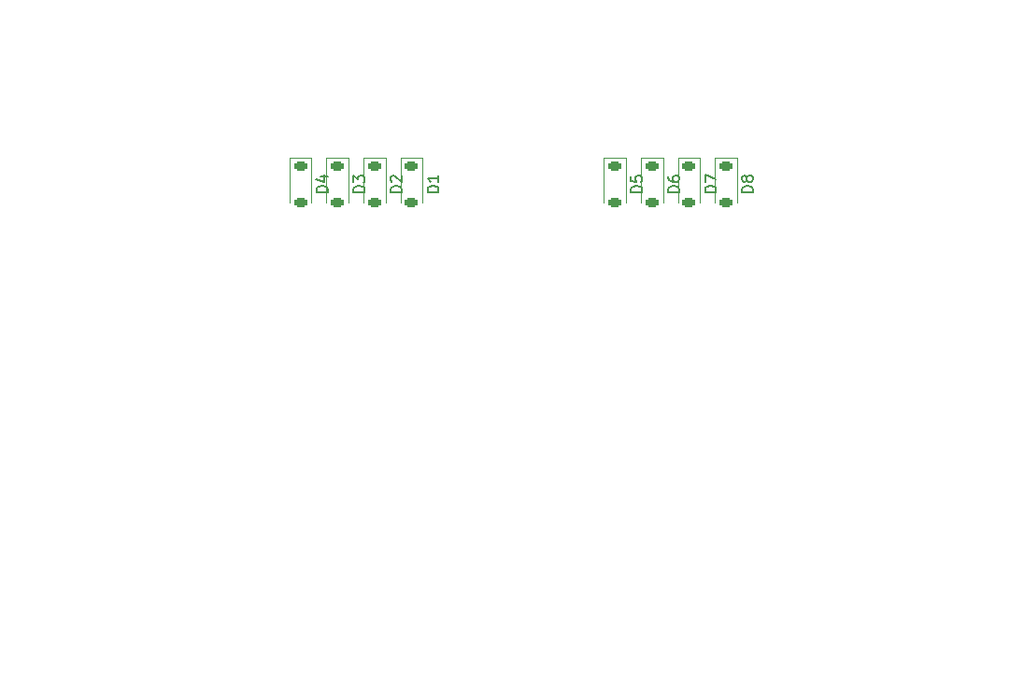
<source format=gto>
G04 #@! TF.GenerationSoftware,KiCad,Pcbnew,8.0.1-8.0.1-1~ubuntu22.04.1*
G04 #@! TF.CreationDate,2024-05-03T20:10:14-07:00*
G04 #@! TF.ProjectId,Seismos_4-Rhythm,53656973-6d6f-4735-9f34-2d5268797468,rev?*
G04 #@! TF.SameCoordinates,Original*
G04 #@! TF.FileFunction,Legend,Top*
G04 #@! TF.FilePolarity,Positive*
%FSLAX46Y46*%
G04 Gerber Fmt 4.6, Leading zero omitted, Abs format (unit mm)*
G04 Created by KiCad (PCBNEW 8.0.1-8.0.1-1~ubuntu22.04.1) date 2024-05-03 20:10:14*
%MOMM*%
%LPD*%
G01*
G04 APERTURE LIST*
G04 Aperture macros list*
%AMRoundRect*
0 Rectangle with rounded corners*
0 $1 Rounding radius*
0 $2 $3 $4 $5 $6 $7 $8 $9 X,Y pos of 4 corners*
0 Add a 4 corners polygon primitive as box body*
4,1,4,$2,$3,$4,$5,$6,$7,$8,$9,$2,$3,0*
0 Add four circle primitives for the rounded corners*
1,1,$1+$1,$2,$3*
1,1,$1+$1,$4,$5*
1,1,$1+$1,$6,$7*
1,1,$1+$1,$8,$9*
0 Add four rect primitives between the rounded corners*
20,1,$1+$1,$2,$3,$4,$5,0*
20,1,$1+$1,$4,$5,$6,$7,0*
20,1,$1+$1,$6,$7,$8,$9,0*
20,1,$1+$1,$8,$9,$2,$3,0*%
G04 Aperture macros list end*
%ADD10C,0.150000*%
%ADD11C,0.120000*%
%ADD12RoundRect,0.225000X-0.375000X0.225000X-0.375000X-0.225000X0.375000X-0.225000X0.375000X0.225000X0*%
%ADD13C,3.200000*%
%ADD14C,2.300000*%
%ADD15C,1.000000*%
%ADD16C,3.000000*%
%ADD17C,4.000000*%
G04 APERTURE END LIST*
D10*
X113579819Y-46788094D02*
X112579819Y-46788094D01*
X112579819Y-46788094D02*
X112579819Y-46549999D01*
X112579819Y-46549999D02*
X112627438Y-46407142D01*
X112627438Y-46407142D02*
X112722676Y-46311904D01*
X112722676Y-46311904D02*
X112817914Y-46264285D01*
X112817914Y-46264285D02*
X113008390Y-46216666D01*
X113008390Y-46216666D02*
X113151247Y-46216666D01*
X113151247Y-46216666D02*
X113341723Y-46264285D01*
X113341723Y-46264285D02*
X113436961Y-46311904D01*
X113436961Y-46311904D02*
X113532200Y-46407142D01*
X113532200Y-46407142D02*
X113579819Y-46549999D01*
X113579819Y-46549999D02*
X113579819Y-46788094D01*
X112579819Y-45311904D02*
X112579819Y-45788094D01*
X112579819Y-45788094D02*
X113056009Y-45835713D01*
X113056009Y-45835713D02*
X113008390Y-45788094D01*
X113008390Y-45788094D02*
X112960771Y-45692856D01*
X112960771Y-45692856D02*
X112960771Y-45454761D01*
X112960771Y-45454761D02*
X113008390Y-45359523D01*
X113008390Y-45359523D02*
X113056009Y-45311904D01*
X113056009Y-45311904D02*
X113151247Y-45264285D01*
X113151247Y-45264285D02*
X113389342Y-45264285D01*
X113389342Y-45264285D02*
X113484580Y-45311904D01*
X113484580Y-45311904D02*
X113532200Y-45359523D01*
X113532200Y-45359523D02*
X113579819Y-45454761D01*
X113579819Y-45454761D02*
X113579819Y-45692856D01*
X113579819Y-45692856D02*
X113532200Y-45788094D01*
X113532200Y-45788094D02*
X113484580Y-45835713D01*
X91779819Y-46788094D02*
X90779819Y-46788094D01*
X90779819Y-46788094D02*
X90779819Y-46549999D01*
X90779819Y-46549999D02*
X90827438Y-46407142D01*
X90827438Y-46407142D02*
X90922676Y-46311904D01*
X90922676Y-46311904D02*
X91017914Y-46264285D01*
X91017914Y-46264285D02*
X91208390Y-46216666D01*
X91208390Y-46216666D02*
X91351247Y-46216666D01*
X91351247Y-46216666D02*
X91541723Y-46264285D01*
X91541723Y-46264285D02*
X91636961Y-46311904D01*
X91636961Y-46311904D02*
X91732200Y-46407142D01*
X91732200Y-46407142D02*
X91779819Y-46549999D01*
X91779819Y-46549999D02*
X91779819Y-46788094D01*
X90875057Y-45835713D02*
X90827438Y-45788094D01*
X90827438Y-45788094D02*
X90779819Y-45692856D01*
X90779819Y-45692856D02*
X90779819Y-45454761D01*
X90779819Y-45454761D02*
X90827438Y-45359523D01*
X90827438Y-45359523D02*
X90875057Y-45311904D01*
X90875057Y-45311904D02*
X90970295Y-45264285D01*
X90970295Y-45264285D02*
X91065533Y-45264285D01*
X91065533Y-45264285D02*
X91208390Y-45311904D01*
X91208390Y-45311904D02*
X91779819Y-45883332D01*
X91779819Y-45883332D02*
X91779819Y-45264285D01*
X95129819Y-46788094D02*
X94129819Y-46788094D01*
X94129819Y-46788094D02*
X94129819Y-46549999D01*
X94129819Y-46549999D02*
X94177438Y-46407142D01*
X94177438Y-46407142D02*
X94272676Y-46311904D01*
X94272676Y-46311904D02*
X94367914Y-46264285D01*
X94367914Y-46264285D02*
X94558390Y-46216666D01*
X94558390Y-46216666D02*
X94701247Y-46216666D01*
X94701247Y-46216666D02*
X94891723Y-46264285D01*
X94891723Y-46264285D02*
X94986961Y-46311904D01*
X94986961Y-46311904D02*
X95082200Y-46407142D01*
X95082200Y-46407142D02*
X95129819Y-46549999D01*
X95129819Y-46549999D02*
X95129819Y-46788094D01*
X95129819Y-45264285D02*
X95129819Y-45835713D01*
X95129819Y-45549999D02*
X94129819Y-45549999D01*
X94129819Y-45549999D02*
X94272676Y-45645237D01*
X94272676Y-45645237D02*
X94367914Y-45740475D01*
X94367914Y-45740475D02*
X94415533Y-45835713D01*
X85079819Y-46788094D02*
X84079819Y-46788094D01*
X84079819Y-46788094D02*
X84079819Y-46549999D01*
X84079819Y-46549999D02*
X84127438Y-46407142D01*
X84127438Y-46407142D02*
X84222676Y-46311904D01*
X84222676Y-46311904D02*
X84317914Y-46264285D01*
X84317914Y-46264285D02*
X84508390Y-46216666D01*
X84508390Y-46216666D02*
X84651247Y-46216666D01*
X84651247Y-46216666D02*
X84841723Y-46264285D01*
X84841723Y-46264285D02*
X84936961Y-46311904D01*
X84936961Y-46311904D02*
X85032200Y-46407142D01*
X85032200Y-46407142D02*
X85079819Y-46549999D01*
X85079819Y-46549999D02*
X85079819Y-46788094D01*
X84413152Y-45359523D02*
X85079819Y-45359523D01*
X84032200Y-45597618D02*
X84746485Y-45835713D01*
X84746485Y-45835713D02*
X84746485Y-45216666D01*
X123629819Y-46788094D02*
X122629819Y-46788094D01*
X122629819Y-46788094D02*
X122629819Y-46549999D01*
X122629819Y-46549999D02*
X122677438Y-46407142D01*
X122677438Y-46407142D02*
X122772676Y-46311904D01*
X122772676Y-46311904D02*
X122867914Y-46264285D01*
X122867914Y-46264285D02*
X123058390Y-46216666D01*
X123058390Y-46216666D02*
X123201247Y-46216666D01*
X123201247Y-46216666D02*
X123391723Y-46264285D01*
X123391723Y-46264285D02*
X123486961Y-46311904D01*
X123486961Y-46311904D02*
X123582200Y-46407142D01*
X123582200Y-46407142D02*
X123629819Y-46549999D01*
X123629819Y-46549999D02*
X123629819Y-46788094D01*
X123058390Y-45645237D02*
X123010771Y-45740475D01*
X123010771Y-45740475D02*
X122963152Y-45788094D01*
X122963152Y-45788094D02*
X122867914Y-45835713D01*
X122867914Y-45835713D02*
X122820295Y-45835713D01*
X122820295Y-45835713D02*
X122725057Y-45788094D01*
X122725057Y-45788094D02*
X122677438Y-45740475D01*
X122677438Y-45740475D02*
X122629819Y-45645237D01*
X122629819Y-45645237D02*
X122629819Y-45454761D01*
X122629819Y-45454761D02*
X122677438Y-45359523D01*
X122677438Y-45359523D02*
X122725057Y-45311904D01*
X122725057Y-45311904D02*
X122820295Y-45264285D01*
X122820295Y-45264285D02*
X122867914Y-45264285D01*
X122867914Y-45264285D02*
X122963152Y-45311904D01*
X122963152Y-45311904D02*
X123010771Y-45359523D01*
X123010771Y-45359523D02*
X123058390Y-45454761D01*
X123058390Y-45454761D02*
X123058390Y-45645237D01*
X123058390Y-45645237D02*
X123106009Y-45740475D01*
X123106009Y-45740475D02*
X123153628Y-45788094D01*
X123153628Y-45788094D02*
X123248866Y-45835713D01*
X123248866Y-45835713D02*
X123439342Y-45835713D01*
X123439342Y-45835713D02*
X123534580Y-45788094D01*
X123534580Y-45788094D02*
X123582200Y-45740475D01*
X123582200Y-45740475D02*
X123629819Y-45645237D01*
X123629819Y-45645237D02*
X123629819Y-45454761D01*
X123629819Y-45454761D02*
X123582200Y-45359523D01*
X123582200Y-45359523D02*
X123534580Y-45311904D01*
X123534580Y-45311904D02*
X123439342Y-45264285D01*
X123439342Y-45264285D02*
X123248866Y-45264285D01*
X123248866Y-45264285D02*
X123153628Y-45311904D01*
X123153628Y-45311904D02*
X123106009Y-45359523D01*
X123106009Y-45359523D02*
X123058390Y-45454761D01*
X116929819Y-46788094D02*
X115929819Y-46788094D01*
X115929819Y-46788094D02*
X115929819Y-46549999D01*
X115929819Y-46549999D02*
X115977438Y-46407142D01*
X115977438Y-46407142D02*
X116072676Y-46311904D01*
X116072676Y-46311904D02*
X116167914Y-46264285D01*
X116167914Y-46264285D02*
X116358390Y-46216666D01*
X116358390Y-46216666D02*
X116501247Y-46216666D01*
X116501247Y-46216666D02*
X116691723Y-46264285D01*
X116691723Y-46264285D02*
X116786961Y-46311904D01*
X116786961Y-46311904D02*
X116882200Y-46407142D01*
X116882200Y-46407142D02*
X116929819Y-46549999D01*
X116929819Y-46549999D02*
X116929819Y-46788094D01*
X115929819Y-45359523D02*
X115929819Y-45549999D01*
X115929819Y-45549999D02*
X115977438Y-45645237D01*
X115977438Y-45645237D02*
X116025057Y-45692856D01*
X116025057Y-45692856D02*
X116167914Y-45788094D01*
X116167914Y-45788094D02*
X116358390Y-45835713D01*
X116358390Y-45835713D02*
X116739342Y-45835713D01*
X116739342Y-45835713D02*
X116834580Y-45788094D01*
X116834580Y-45788094D02*
X116882200Y-45740475D01*
X116882200Y-45740475D02*
X116929819Y-45645237D01*
X116929819Y-45645237D02*
X116929819Y-45454761D01*
X116929819Y-45454761D02*
X116882200Y-45359523D01*
X116882200Y-45359523D02*
X116834580Y-45311904D01*
X116834580Y-45311904D02*
X116739342Y-45264285D01*
X116739342Y-45264285D02*
X116501247Y-45264285D01*
X116501247Y-45264285D02*
X116406009Y-45311904D01*
X116406009Y-45311904D02*
X116358390Y-45359523D01*
X116358390Y-45359523D02*
X116310771Y-45454761D01*
X116310771Y-45454761D02*
X116310771Y-45645237D01*
X116310771Y-45645237D02*
X116358390Y-45740475D01*
X116358390Y-45740475D02*
X116406009Y-45788094D01*
X116406009Y-45788094D02*
X116501247Y-45835713D01*
X120279819Y-46788094D02*
X119279819Y-46788094D01*
X119279819Y-46788094D02*
X119279819Y-46549999D01*
X119279819Y-46549999D02*
X119327438Y-46407142D01*
X119327438Y-46407142D02*
X119422676Y-46311904D01*
X119422676Y-46311904D02*
X119517914Y-46264285D01*
X119517914Y-46264285D02*
X119708390Y-46216666D01*
X119708390Y-46216666D02*
X119851247Y-46216666D01*
X119851247Y-46216666D02*
X120041723Y-46264285D01*
X120041723Y-46264285D02*
X120136961Y-46311904D01*
X120136961Y-46311904D02*
X120232200Y-46407142D01*
X120232200Y-46407142D02*
X120279819Y-46549999D01*
X120279819Y-46549999D02*
X120279819Y-46788094D01*
X119279819Y-45883332D02*
X119279819Y-45216666D01*
X119279819Y-45216666D02*
X120279819Y-45645237D01*
X88429819Y-46788094D02*
X87429819Y-46788094D01*
X87429819Y-46788094D02*
X87429819Y-46549999D01*
X87429819Y-46549999D02*
X87477438Y-46407142D01*
X87477438Y-46407142D02*
X87572676Y-46311904D01*
X87572676Y-46311904D02*
X87667914Y-46264285D01*
X87667914Y-46264285D02*
X87858390Y-46216666D01*
X87858390Y-46216666D02*
X88001247Y-46216666D01*
X88001247Y-46216666D02*
X88191723Y-46264285D01*
X88191723Y-46264285D02*
X88286961Y-46311904D01*
X88286961Y-46311904D02*
X88382200Y-46407142D01*
X88382200Y-46407142D02*
X88429819Y-46549999D01*
X88429819Y-46549999D02*
X88429819Y-46788094D01*
X87429819Y-45883332D02*
X87429819Y-45264285D01*
X87429819Y-45264285D02*
X87810771Y-45597618D01*
X87810771Y-45597618D02*
X87810771Y-45454761D01*
X87810771Y-45454761D02*
X87858390Y-45359523D01*
X87858390Y-45359523D02*
X87906009Y-45311904D01*
X87906009Y-45311904D02*
X88001247Y-45264285D01*
X88001247Y-45264285D02*
X88239342Y-45264285D01*
X88239342Y-45264285D02*
X88334580Y-45311904D01*
X88334580Y-45311904D02*
X88382200Y-45359523D01*
X88382200Y-45359523D02*
X88429819Y-45454761D01*
X88429819Y-45454761D02*
X88429819Y-45740475D01*
X88429819Y-45740475D02*
X88382200Y-45835713D01*
X88382200Y-45835713D02*
X88334580Y-45883332D01*
X71924667Y-88819200D02*
X72067524Y-88866819D01*
X72067524Y-88866819D02*
X72305619Y-88866819D01*
X72305619Y-88866819D02*
X72400857Y-88819200D01*
X72400857Y-88819200D02*
X72448476Y-88771580D01*
X72448476Y-88771580D02*
X72496095Y-88676342D01*
X72496095Y-88676342D02*
X72496095Y-88581104D01*
X72496095Y-88581104D02*
X72448476Y-88485866D01*
X72448476Y-88485866D02*
X72400857Y-88438247D01*
X72400857Y-88438247D02*
X72305619Y-88390628D01*
X72305619Y-88390628D02*
X72115143Y-88343009D01*
X72115143Y-88343009D02*
X72019905Y-88295390D01*
X72019905Y-88295390D02*
X71972286Y-88247771D01*
X71972286Y-88247771D02*
X71924667Y-88152533D01*
X71924667Y-88152533D02*
X71924667Y-88057295D01*
X71924667Y-88057295D02*
X71972286Y-87962057D01*
X71972286Y-87962057D02*
X72019905Y-87914438D01*
X72019905Y-87914438D02*
X72115143Y-87866819D01*
X72115143Y-87866819D02*
X72353238Y-87866819D01*
X72353238Y-87866819D02*
X72496095Y-87914438D01*
X72829429Y-87866819D02*
X73067524Y-88866819D01*
X73067524Y-88866819D02*
X73258000Y-88152533D01*
X73258000Y-88152533D02*
X73448476Y-88866819D01*
X73448476Y-88866819D02*
X73686572Y-87866819D01*
X74496095Y-88200152D02*
X74496095Y-88866819D01*
X74258000Y-87819200D02*
X74019905Y-88533485D01*
X74019905Y-88533485D02*
X74638952Y-88533485D01*
X128924667Y-88819200D02*
X129067524Y-88866819D01*
X129067524Y-88866819D02*
X129305619Y-88866819D01*
X129305619Y-88866819D02*
X129400857Y-88819200D01*
X129400857Y-88819200D02*
X129448476Y-88771580D01*
X129448476Y-88771580D02*
X129496095Y-88676342D01*
X129496095Y-88676342D02*
X129496095Y-88581104D01*
X129496095Y-88581104D02*
X129448476Y-88485866D01*
X129448476Y-88485866D02*
X129400857Y-88438247D01*
X129400857Y-88438247D02*
X129305619Y-88390628D01*
X129305619Y-88390628D02*
X129115143Y-88343009D01*
X129115143Y-88343009D02*
X129019905Y-88295390D01*
X129019905Y-88295390D02*
X128972286Y-88247771D01*
X128972286Y-88247771D02*
X128924667Y-88152533D01*
X128924667Y-88152533D02*
X128924667Y-88057295D01*
X128924667Y-88057295D02*
X128972286Y-87962057D01*
X128972286Y-87962057D02*
X129019905Y-87914438D01*
X129019905Y-87914438D02*
X129115143Y-87866819D01*
X129115143Y-87866819D02*
X129353238Y-87866819D01*
X129353238Y-87866819D02*
X129496095Y-87914438D01*
X129829429Y-87866819D02*
X130067524Y-88866819D01*
X130067524Y-88866819D02*
X130258000Y-88152533D01*
X130258000Y-88152533D02*
X130448476Y-88866819D01*
X130448476Y-88866819D02*
X130686572Y-87866819D01*
X131210381Y-88295390D02*
X131115143Y-88247771D01*
X131115143Y-88247771D02*
X131067524Y-88200152D01*
X131067524Y-88200152D02*
X131019905Y-88104914D01*
X131019905Y-88104914D02*
X131019905Y-88057295D01*
X131019905Y-88057295D02*
X131067524Y-87962057D01*
X131067524Y-87962057D02*
X131115143Y-87914438D01*
X131115143Y-87914438D02*
X131210381Y-87866819D01*
X131210381Y-87866819D02*
X131400857Y-87866819D01*
X131400857Y-87866819D02*
X131496095Y-87914438D01*
X131496095Y-87914438D02*
X131543714Y-87962057D01*
X131543714Y-87962057D02*
X131591333Y-88057295D01*
X131591333Y-88057295D02*
X131591333Y-88104914D01*
X131591333Y-88104914D02*
X131543714Y-88200152D01*
X131543714Y-88200152D02*
X131496095Y-88247771D01*
X131496095Y-88247771D02*
X131400857Y-88295390D01*
X131400857Y-88295390D02*
X131210381Y-88295390D01*
X131210381Y-88295390D02*
X131115143Y-88343009D01*
X131115143Y-88343009D02*
X131067524Y-88390628D01*
X131067524Y-88390628D02*
X131019905Y-88485866D01*
X131019905Y-88485866D02*
X131019905Y-88676342D01*
X131019905Y-88676342D02*
X131067524Y-88771580D01*
X131067524Y-88771580D02*
X131115143Y-88819200D01*
X131115143Y-88819200D02*
X131210381Y-88866819D01*
X131210381Y-88866819D02*
X131400857Y-88866819D01*
X131400857Y-88866819D02*
X131496095Y-88819200D01*
X131496095Y-88819200D02*
X131543714Y-88771580D01*
X131543714Y-88771580D02*
X131591333Y-88676342D01*
X131591333Y-88676342D02*
X131591333Y-88485866D01*
X131591333Y-88485866D02*
X131543714Y-88390628D01*
X131543714Y-88390628D02*
X131496095Y-88343009D01*
X131496095Y-88343009D02*
X131400857Y-88295390D01*
X114674667Y-60319200D02*
X114817524Y-60366819D01*
X114817524Y-60366819D02*
X115055619Y-60366819D01*
X115055619Y-60366819D02*
X115150857Y-60319200D01*
X115150857Y-60319200D02*
X115198476Y-60271580D01*
X115198476Y-60271580D02*
X115246095Y-60176342D01*
X115246095Y-60176342D02*
X115246095Y-60081104D01*
X115246095Y-60081104D02*
X115198476Y-59985866D01*
X115198476Y-59985866D02*
X115150857Y-59938247D01*
X115150857Y-59938247D02*
X115055619Y-59890628D01*
X115055619Y-59890628D02*
X114865143Y-59843009D01*
X114865143Y-59843009D02*
X114769905Y-59795390D01*
X114769905Y-59795390D02*
X114722286Y-59747771D01*
X114722286Y-59747771D02*
X114674667Y-59652533D01*
X114674667Y-59652533D02*
X114674667Y-59557295D01*
X114674667Y-59557295D02*
X114722286Y-59462057D01*
X114722286Y-59462057D02*
X114769905Y-59414438D01*
X114769905Y-59414438D02*
X114865143Y-59366819D01*
X114865143Y-59366819D02*
X115103238Y-59366819D01*
X115103238Y-59366819D02*
X115246095Y-59414438D01*
X115579429Y-59366819D02*
X115817524Y-60366819D01*
X115817524Y-60366819D02*
X116008000Y-59652533D01*
X116008000Y-59652533D02*
X116198476Y-60366819D01*
X116198476Y-60366819D02*
X116436572Y-59366819D01*
X117246095Y-59366819D02*
X117055619Y-59366819D01*
X117055619Y-59366819D02*
X116960381Y-59414438D01*
X116960381Y-59414438D02*
X116912762Y-59462057D01*
X116912762Y-59462057D02*
X116817524Y-59604914D01*
X116817524Y-59604914D02*
X116769905Y-59795390D01*
X116769905Y-59795390D02*
X116769905Y-60176342D01*
X116769905Y-60176342D02*
X116817524Y-60271580D01*
X116817524Y-60271580D02*
X116865143Y-60319200D01*
X116865143Y-60319200D02*
X116960381Y-60366819D01*
X116960381Y-60366819D02*
X117150857Y-60366819D01*
X117150857Y-60366819D02*
X117246095Y-60319200D01*
X117246095Y-60319200D02*
X117293714Y-60271580D01*
X117293714Y-60271580D02*
X117341333Y-60176342D01*
X117341333Y-60176342D02*
X117341333Y-59938247D01*
X117341333Y-59938247D02*
X117293714Y-59843009D01*
X117293714Y-59843009D02*
X117246095Y-59795390D01*
X117246095Y-59795390D02*
X117150857Y-59747771D01*
X117150857Y-59747771D02*
X116960381Y-59747771D01*
X116960381Y-59747771D02*
X116865143Y-59795390D01*
X116865143Y-59795390D02*
X116817524Y-59843009D01*
X116817524Y-59843009D02*
X116769905Y-59938247D01*
X86174667Y-31819200D02*
X86317524Y-31866819D01*
X86317524Y-31866819D02*
X86555619Y-31866819D01*
X86555619Y-31866819D02*
X86650857Y-31819200D01*
X86650857Y-31819200D02*
X86698476Y-31771580D01*
X86698476Y-31771580D02*
X86746095Y-31676342D01*
X86746095Y-31676342D02*
X86746095Y-31581104D01*
X86746095Y-31581104D02*
X86698476Y-31485866D01*
X86698476Y-31485866D02*
X86650857Y-31438247D01*
X86650857Y-31438247D02*
X86555619Y-31390628D01*
X86555619Y-31390628D02*
X86365143Y-31343009D01*
X86365143Y-31343009D02*
X86269905Y-31295390D01*
X86269905Y-31295390D02*
X86222286Y-31247771D01*
X86222286Y-31247771D02*
X86174667Y-31152533D01*
X86174667Y-31152533D02*
X86174667Y-31057295D01*
X86174667Y-31057295D02*
X86222286Y-30962057D01*
X86222286Y-30962057D02*
X86269905Y-30914438D01*
X86269905Y-30914438D02*
X86365143Y-30866819D01*
X86365143Y-30866819D02*
X86603238Y-30866819D01*
X86603238Y-30866819D02*
X86746095Y-30914438D01*
X87079429Y-30866819D02*
X87317524Y-31866819D01*
X87317524Y-31866819D02*
X87508000Y-31152533D01*
X87508000Y-31152533D02*
X87698476Y-31866819D01*
X87698476Y-31866819D02*
X87936572Y-30866819D01*
X88841333Y-31866819D02*
X88269905Y-31866819D01*
X88555619Y-31866819D02*
X88555619Y-30866819D01*
X88555619Y-30866819D02*
X88460381Y-31009676D01*
X88460381Y-31009676D02*
X88365143Y-31104914D01*
X88365143Y-31104914D02*
X88269905Y-31152533D01*
X114674667Y-31819200D02*
X114817524Y-31866819D01*
X114817524Y-31866819D02*
X115055619Y-31866819D01*
X115055619Y-31866819D02*
X115150857Y-31819200D01*
X115150857Y-31819200D02*
X115198476Y-31771580D01*
X115198476Y-31771580D02*
X115246095Y-31676342D01*
X115246095Y-31676342D02*
X115246095Y-31581104D01*
X115246095Y-31581104D02*
X115198476Y-31485866D01*
X115198476Y-31485866D02*
X115150857Y-31438247D01*
X115150857Y-31438247D02*
X115055619Y-31390628D01*
X115055619Y-31390628D02*
X114865143Y-31343009D01*
X114865143Y-31343009D02*
X114769905Y-31295390D01*
X114769905Y-31295390D02*
X114722286Y-31247771D01*
X114722286Y-31247771D02*
X114674667Y-31152533D01*
X114674667Y-31152533D02*
X114674667Y-31057295D01*
X114674667Y-31057295D02*
X114722286Y-30962057D01*
X114722286Y-30962057D02*
X114769905Y-30914438D01*
X114769905Y-30914438D02*
X114865143Y-30866819D01*
X114865143Y-30866819D02*
X115103238Y-30866819D01*
X115103238Y-30866819D02*
X115246095Y-30914438D01*
X115579429Y-30866819D02*
X115817524Y-31866819D01*
X115817524Y-31866819D02*
X116008000Y-31152533D01*
X116008000Y-31152533D02*
X116198476Y-31866819D01*
X116198476Y-31866819D02*
X116436572Y-30866819D01*
X117293714Y-30866819D02*
X116817524Y-30866819D01*
X116817524Y-30866819D02*
X116769905Y-31343009D01*
X116769905Y-31343009D02*
X116817524Y-31295390D01*
X116817524Y-31295390D02*
X116912762Y-31247771D01*
X116912762Y-31247771D02*
X117150857Y-31247771D01*
X117150857Y-31247771D02*
X117246095Y-31295390D01*
X117246095Y-31295390D02*
X117293714Y-31343009D01*
X117293714Y-31343009D02*
X117341333Y-31438247D01*
X117341333Y-31438247D02*
X117341333Y-31676342D01*
X117341333Y-31676342D02*
X117293714Y-31771580D01*
X117293714Y-31771580D02*
X117246095Y-31819200D01*
X117246095Y-31819200D02*
X117150857Y-31866819D01*
X117150857Y-31866819D02*
X116912762Y-31866819D01*
X116912762Y-31866819D02*
X116817524Y-31819200D01*
X116817524Y-31819200D02*
X116769905Y-31771580D01*
X143174667Y-60319200D02*
X143317524Y-60366819D01*
X143317524Y-60366819D02*
X143555619Y-60366819D01*
X143555619Y-60366819D02*
X143650857Y-60319200D01*
X143650857Y-60319200D02*
X143698476Y-60271580D01*
X143698476Y-60271580D02*
X143746095Y-60176342D01*
X143746095Y-60176342D02*
X143746095Y-60081104D01*
X143746095Y-60081104D02*
X143698476Y-59985866D01*
X143698476Y-59985866D02*
X143650857Y-59938247D01*
X143650857Y-59938247D02*
X143555619Y-59890628D01*
X143555619Y-59890628D02*
X143365143Y-59843009D01*
X143365143Y-59843009D02*
X143269905Y-59795390D01*
X143269905Y-59795390D02*
X143222286Y-59747771D01*
X143222286Y-59747771D02*
X143174667Y-59652533D01*
X143174667Y-59652533D02*
X143174667Y-59557295D01*
X143174667Y-59557295D02*
X143222286Y-59462057D01*
X143222286Y-59462057D02*
X143269905Y-59414438D01*
X143269905Y-59414438D02*
X143365143Y-59366819D01*
X143365143Y-59366819D02*
X143603238Y-59366819D01*
X143603238Y-59366819D02*
X143746095Y-59414438D01*
X144079429Y-59366819D02*
X144317524Y-60366819D01*
X144317524Y-60366819D02*
X144508000Y-59652533D01*
X144508000Y-59652533D02*
X144698476Y-60366819D01*
X144698476Y-60366819D02*
X144936572Y-59366819D01*
X145222286Y-59366819D02*
X145888952Y-59366819D01*
X145888952Y-59366819D02*
X145460381Y-60366819D01*
X86174667Y-60319200D02*
X86317524Y-60366819D01*
X86317524Y-60366819D02*
X86555619Y-60366819D01*
X86555619Y-60366819D02*
X86650857Y-60319200D01*
X86650857Y-60319200D02*
X86698476Y-60271580D01*
X86698476Y-60271580D02*
X86746095Y-60176342D01*
X86746095Y-60176342D02*
X86746095Y-60081104D01*
X86746095Y-60081104D02*
X86698476Y-59985866D01*
X86698476Y-59985866D02*
X86650857Y-59938247D01*
X86650857Y-59938247D02*
X86555619Y-59890628D01*
X86555619Y-59890628D02*
X86365143Y-59843009D01*
X86365143Y-59843009D02*
X86269905Y-59795390D01*
X86269905Y-59795390D02*
X86222286Y-59747771D01*
X86222286Y-59747771D02*
X86174667Y-59652533D01*
X86174667Y-59652533D02*
X86174667Y-59557295D01*
X86174667Y-59557295D02*
X86222286Y-59462057D01*
X86222286Y-59462057D02*
X86269905Y-59414438D01*
X86269905Y-59414438D02*
X86365143Y-59366819D01*
X86365143Y-59366819D02*
X86603238Y-59366819D01*
X86603238Y-59366819D02*
X86746095Y-59414438D01*
X87079429Y-59366819D02*
X87317524Y-60366819D01*
X87317524Y-60366819D02*
X87508000Y-59652533D01*
X87508000Y-59652533D02*
X87698476Y-60366819D01*
X87698476Y-60366819D02*
X87936572Y-59366819D01*
X88269905Y-59462057D02*
X88317524Y-59414438D01*
X88317524Y-59414438D02*
X88412762Y-59366819D01*
X88412762Y-59366819D02*
X88650857Y-59366819D01*
X88650857Y-59366819D02*
X88746095Y-59414438D01*
X88746095Y-59414438D02*
X88793714Y-59462057D01*
X88793714Y-59462057D02*
X88841333Y-59557295D01*
X88841333Y-59557295D02*
X88841333Y-59652533D01*
X88841333Y-59652533D02*
X88793714Y-59795390D01*
X88793714Y-59795390D02*
X88222286Y-60366819D01*
X88222286Y-60366819D02*
X88841333Y-60366819D01*
X57674667Y-60319200D02*
X57817524Y-60366819D01*
X57817524Y-60366819D02*
X58055619Y-60366819D01*
X58055619Y-60366819D02*
X58150857Y-60319200D01*
X58150857Y-60319200D02*
X58198476Y-60271580D01*
X58198476Y-60271580D02*
X58246095Y-60176342D01*
X58246095Y-60176342D02*
X58246095Y-60081104D01*
X58246095Y-60081104D02*
X58198476Y-59985866D01*
X58198476Y-59985866D02*
X58150857Y-59938247D01*
X58150857Y-59938247D02*
X58055619Y-59890628D01*
X58055619Y-59890628D02*
X57865143Y-59843009D01*
X57865143Y-59843009D02*
X57769905Y-59795390D01*
X57769905Y-59795390D02*
X57722286Y-59747771D01*
X57722286Y-59747771D02*
X57674667Y-59652533D01*
X57674667Y-59652533D02*
X57674667Y-59557295D01*
X57674667Y-59557295D02*
X57722286Y-59462057D01*
X57722286Y-59462057D02*
X57769905Y-59414438D01*
X57769905Y-59414438D02*
X57865143Y-59366819D01*
X57865143Y-59366819D02*
X58103238Y-59366819D01*
X58103238Y-59366819D02*
X58246095Y-59414438D01*
X58579429Y-59366819D02*
X58817524Y-60366819D01*
X58817524Y-60366819D02*
X59008000Y-59652533D01*
X59008000Y-59652533D02*
X59198476Y-60366819D01*
X59198476Y-60366819D02*
X59436572Y-59366819D01*
X59722286Y-59366819D02*
X60341333Y-59366819D01*
X60341333Y-59366819D02*
X60008000Y-59747771D01*
X60008000Y-59747771D02*
X60150857Y-59747771D01*
X60150857Y-59747771D02*
X60246095Y-59795390D01*
X60246095Y-59795390D02*
X60293714Y-59843009D01*
X60293714Y-59843009D02*
X60341333Y-59938247D01*
X60341333Y-59938247D02*
X60341333Y-60176342D01*
X60341333Y-60176342D02*
X60293714Y-60271580D01*
X60293714Y-60271580D02*
X60246095Y-60319200D01*
X60246095Y-60319200D02*
X60150857Y-60366819D01*
X60150857Y-60366819D02*
X59865143Y-60366819D01*
X59865143Y-60366819D02*
X59769905Y-60319200D01*
X59769905Y-60319200D02*
X59722286Y-60271580D01*
D11*
X110125000Y-43690000D02*
X110125000Y-47700000D01*
X112125000Y-43690000D02*
X112125000Y-47700000D01*
X112125000Y-43690000D02*
X110125000Y-43690000D01*
X88325000Y-43690000D02*
X88325000Y-47700000D01*
X90325000Y-43690000D02*
X90325000Y-47700000D01*
X90325000Y-43690000D02*
X88325000Y-43690000D01*
X91675000Y-43690000D02*
X91675000Y-47700000D01*
X93675000Y-43690000D02*
X93675000Y-47700000D01*
X93675000Y-43690000D02*
X91675000Y-43690000D01*
X81625000Y-43690000D02*
X81625000Y-47700000D01*
X83625000Y-43690000D02*
X83625000Y-47700000D01*
X83625000Y-43690000D02*
X81625000Y-43690000D01*
X120175000Y-43690000D02*
X120175000Y-47700000D01*
X122175000Y-43690000D02*
X122175000Y-47700000D01*
X122175000Y-43690000D02*
X120175000Y-43690000D01*
X113475000Y-43690000D02*
X113475000Y-47700000D01*
X115475000Y-43690000D02*
X115475000Y-47700000D01*
X115475000Y-43690000D02*
X113475000Y-43690000D01*
X116825000Y-43690000D02*
X116825000Y-47700000D01*
X118825000Y-43690000D02*
X118825000Y-47700000D01*
X118825000Y-43690000D02*
X116825000Y-43690000D01*
X84975000Y-43690000D02*
X84975000Y-47700000D01*
X86975000Y-43690000D02*
X86975000Y-47700000D01*
X86975000Y-43690000D02*
X84975000Y-43690000D01*
%LPC*%
D12*
X111125000Y-47700000D03*
X111125000Y-44400000D03*
X89325000Y-47700000D03*
X89325000Y-44400000D03*
X92675000Y-47700000D03*
X92675000Y-44400000D03*
D13*
X152290000Y-94690000D03*
D12*
X82625000Y-47700000D03*
X82625000Y-44400000D03*
X121175000Y-47700000D03*
X121175000Y-44400000D03*
X114475000Y-47700000D03*
X114475000Y-44400000D03*
X117825000Y-47700000D03*
X117825000Y-44400000D03*
X85975000Y-47700000D03*
X85975000Y-44400000D03*
D13*
X53100000Y-94300000D03*
D14*
X78700000Y-88800000D03*
D15*
X78620000Y-85184200D03*
D16*
X77210000Y-91340000D03*
X73400000Y-94700000D03*
D17*
X73400000Y-88800000D03*
D16*
X70860000Y-93880000D03*
X68400000Y-92600000D03*
D15*
X68180000Y-85184200D03*
D14*
X68100000Y-88800000D03*
X135700000Y-88800000D03*
D15*
X135620000Y-85184200D03*
D16*
X134210000Y-91340000D03*
X130400000Y-94700000D03*
D17*
X130400000Y-88800000D03*
D16*
X127860000Y-93880000D03*
X125400000Y-92600000D03*
D15*
X125180000Y-85184200D03*
D14*
X125100000Y-88800000D03*
X121450000Y-60300000D03*
D15*
X121370000Y-56684200D03*
D16*
X119960000Y-62840000D03*
X116150000Y-66200000D03*
D17*
X116150000Y-60300000D03*
D16*
X113610000Y-65380000D03*
X111150000Y-64100000D03*
D15*
X110930000Y-56684200D03*
D14*
X110850000Y-60300000D03*
X92950000Y-31800000D03*
D15*
X92870000Y-28184200D03*
D16*
X91460000Y-34340000D03*
X87650000Y-37700000D03*
D17*
X87650000Y-31800000D03*
D16*
X85110000Y-36880000D03*
X82650000Y-35600000D03*
D15*
X82430000Y-28184200D03*
D14*
X82350000Y-31800000D03*
X110850000Y-31800000D03*
D15*
X110930000Y-28184200D03*
D16*
X111150000Y-35600000D03*
X113610000Y-36880000D03*
D17*
X116150000Y-31800000D03*
D16*
X116150000Y-37700000D03*
X119960000Y-34340000D03*
D15*
X121370000Y-28184200D03*
D14*
X121450000Y-31800000D03*
X149950000Y-60300000D03*
D15*
X149870000Y-56684200D03*
D16*
X148460000Y-62840000D03*
X144650000Y-66200000D03*
D17*
X144650000Y-60300000D03*
D16*
X142110000Y-65380000D03*
X139650000Y-64100000D03*
D15*
X139430000Y-56684200D03*
D14*
X139350000Y-60300000D03*
X92950000Y-60300000D03*
D15*
X92870000Y-56684200D03*
D16*
X91460000Y-62840000D03*
X87650000Y-66200000D03*
D17*
X87650000Y-60300000D03*
D16*
X85110000Y-65380000D03*
X82650000Y-64100000D03*
D15*
X82430000Y-56684200D03*
D14*
X82350000Y-60300000D03*
X64450000Y-60300000D03*
D15*
X64370000Y-56684200D03*
D16*
X62960000Y-62840000D03*
X59150000Y-66200000D03*
D17*
X59150000Y-60300000D03*
D16*
X56610000Y-65380000D03*
X54150000Y-64100000D03*
D15*
X53930000Y-56684200D03*
D14*
X53850000Y-60300000D03*
%LPD*%
M02*

</source>
